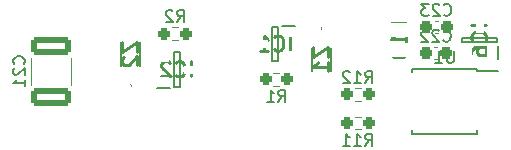
<source format=gbo>
%TF.GenerationSoftware,KiCad,Pcbnew,(6.0.4)*%
%TF.CreationDate,2022-06-19T16:10:13+03:00*%
%TF.ProjectId,Main_PCB_001,4d61696e-5f50-4434-925f-3030312e6b69,rev?*%
%TF.SameCoordinates,Original*%
%TF.FileFunction,Legend,Bot*%
%TF.FilePolarity,Positive*%
%FSLAX46Y46*%
G04 Gerber Fmt 4.6, Leading zero omitted, Abs format (unit mm)*
G04 Created by KiCad (PCBNEW (6.0.4)) date 2022-06-19 16:10:13*
%MOMM*%
%LPD*%
G01*
G04 APERTURE LIST*
G04 Aperture macros list*
%AMRoundRect*
0 Rectangle with rounded corners*
0 $1 Rounding radius*
0 $2 $3 $4 $5 $6 $7 $8 $9 X,Y pos of 4 corners*
0 Add a 4 corners polygon primitive as box body*
4,1,4,$2,$3,$4,$5,$6,$7,$8,$9,$2,$3,0*
0 Add four circle primitives for the rounded corners*
1,1,$1+$1,$2,$3*
1,1,$1+$1,$4,$5*
1,1,$1+$1,$6,$7*
1,1,$1+$1,$8,$9*
0 Add four rect primitives between the rounded corners*
20,1,$1+$1,$2,$3,$4,$5,0*
20,1,$1+$1,$4,$5,$6,$7,0*
20,1,$1+$1,$6,$7,$8,$9,0*
20,1,$1+$1,$8,$9,$2,$3,0*%
G04 Aperture macros list end*
%ADD10C,0.150000*%
%ADD11C,0.254000*%
%ADD12C,0.120000*%
%ADD13C,0.200000*%
%ADD14C,0.100000*%
%ADD15C,1.350000*%
%ADD16C,1.600000*%
%ADD17RoundRect,0.237500X-0.250000X-0.237500X0.250000X-0.237500X0.250000X0.237500X-0.250000X0.237500X0*%
%ADD18RoundRect,0.250000X-1.450000X0.537500X-1.450000X-0.537500X1.450000X-0.537500X1.450000X0.537500X0*%
%ADD19RoundRect,0.237500X0.300000X0.237500X-0.300000X0.237500X-0.300000X-0.237500X0.300000X-0.237500X0*%
%ADD20RoundRect,0.237500X0.250000X0.237500X-0.250000X0.237500X-0.250000X-0.237500X0.250000X-0.237500X0*%
%ADD21R,1.100000X0.650000*%
%ADD22R,1.800000X1.200000*%
%ADD23R,1.700000X0.650000*%
%ADD24R,1.220000X0.910000*%
%ADD25R,0.650000X1.100000*%
G04 APERTURE END LIST*
D10*
%TO.C,R1*%
X126508166Y-108892580D02*
X126841500Y-108416390D01*
X127079595Y-108892580D02*
X127079595Y-107892580D01*
X126698642Y-107892580D01*
X126603404Y-107940200D01*
X126555785Y-107987819D01*
X126508166Y-108083057D01*
X126508166Y-108225914D01*
X126555785Y-108321152D01*
X126603404Y-108368771D01*
X126698642Y-108416390D01*
X127079595Y-108416390D01*
X125555785Y-108892580D02*
X126127214Y-108892580D01*
X125841500Y-108892580D02*
X125841500Y-107892580D01*
X125936738Y-108035438D01*
X126031976Y-108130676D01*
X126127214Y-108178295D01*
%TO.C,C21*%
X104945942Y-105681542D02*
X104993561Y-105633923D01*
X105041180Y-105491066D01*
X105041180Y-105395828D01*
X104993561Y-105252971D01*
X104898323Y-105157733D01*
X104803085Y-105110114D01*
X104612609Y-105062495D01*
X104469752Y-105062495D01*
X104279276Y-105110114D01*
X104184038Y-105157733D01*
X104088800Y-105252971D01*
X104041180Y-105395828D01*
X104041180Y-105491066D01*
X104088800Y-105633923D01*
X104136419Y-105681542D01*
X104136419Y-106062495D02*
X104088800Y-106110114D01*
X104041180Y-106205352D01*
X104041180Y-106443447D01*
X104088800Y-106538685D01*
X104136419Y-106586304D01*
X104231657Y-106633923D01*
X104326895Y-106633923D01*
X104469752Y-106586304D01*
X105041180Y-106014876D01*
X105041180Y-106633923D01*
X105041180Y-107586304D02*
X105041180Y-107014876D01*
X105041180Y-107300590D02*
X104041180Y-107300590D01*
X104184038Y-107205352D01*
X104279276Y-107110114D01*
X104326895Y-107014876D01*
%TO.C,C22*%
X140469857Y-103702142D02*
X140517476Y-103749761D01*
X140660333Y-103797380D01*
X140755571Y-103797380D01*
X140898428Y-103749761D01*
X140993666Y-103654523D01*
X141041285Y-103559285D01*
X141088904Y-103368809D01*
X141088904Y-103225952D01*
X141041285Y-103035476D01*
X140993666Y-102940238D01*
X140898428Y-102845000D01*
X140755571Y-102797380D01*
X140660333Y-102797380D01*
X140517476Y-102845000D01*
X140469857Y-102892619D01*
X140088904Y-102892619D02*
X140041285Y-102845000D01*
X139946047Y-102797380D01*
X139707952Y-102797380D01*
X139612714Y-102845000D01*
X139565095Y-102892619D01*
X139517476Y-102987857D01*
X139517476Y-103083095D01*
X139565095Y-103225952D01*
X140136523Y-103797380D01*
X139517476Y-103797380D01*
X139136523Y-102892619D02*
X139088904Y-102845000D01*
X138993666Y-102797380D01*
X138755571Y-102797380D01*
X138660333Y-102845000D01*
X138612714Y-102892619D01*
X138565095Y-102987857D01*
X138565095Y-103083095D01*
X138612714Y-103225952D01*
X139184142Y-103797380D01*
X138565095Y-103797380D01*
%TO.C,R12*%
X133865857Y-107302580D02*
X134199190Y-106826390D01*
X134437285Y-107302580D02*
X134437285Y-106302580D01*
X134056333Y-106302580D01*
X133961095Y-106350200D01*
X133913476Y-106397819D01*
X133865857Y-106493057D01*
X133865857Y-106635914D01*
X133913476Y-106731152D01*
X133961095Y-106778771D01*
X134056333Y-106826390D01*
X134437285Y-106826390D01*
X132913476Y-107302580D02*
X133484904Y-107302580D01*
X133199190Y-107302580D02*
X133199190Y-106302580D01*
X133294428Y-106445438D01*
X133389666Y-106540676D01*
X133484904Y-106588295D01*
X132532523Y-106397819D02*
X132484904Y-106350200D01*
X132389666Y-106302580D01*
X132151571Y-106302580D01*
X132056333Y-106350200D01*
X132008714Y-106397819D01*
X131961095Y-106493057D01*
X131961095Y-106588295D01*
X132008714Y-106731152D01*
X132580142Y-107302580D01*
X131961095Y-107302580D01*
D11*
%TO.C,IC2*%
X119146561Y-106746523D02*
X119146561Y-105476523D01*
X117816085Y-106625571D02*
X117876561Y-106686047D01*
X118057990Y-106746523D01*
X118178942Y-106746523D01*
X118360371Y-106686047D01*
X118481323Y-106565095D01*
X118541800Y-106444142D01*
X118602276Y-106202238D01*
X118602276Y-106020809D01*
X118541800Y-105778904D01*
X118481323Y-105657952D01*
X118360371Y-105537000D01*
X118178942Y-105476523D01*
X118057990Y-105476523D01*
X117876561Y-105537000D01*
X117816085Y-105597476D01*
X117332276Y-105597476D02*
X117271800Y-105537000D01*
X117150847Y-105476523D01*
X116848466Y-105476523D01*
X116727514Y-105537000D01*
X116667038Y-105597476D01*
X116606561Y-105718428D01*
X116606561Y-105839380D01*
X116667038Y-106020809D01*
X117392752Y-106746523D01*
X116606561Y-106746523D01*
%TO.C,L10*%
X137302723Y-102840971D02*
X137302723Y-102236209D01*
X136032723Y-102236209D01*
X137302723Y-103929542D02*
X137302723Y-103203828D01*
X137302723Y-103566685D02*
X136032723Y-103566685D01*
X136214152Y-103445733D01*
X136335104Y-103324780D01*
X136395580Y-103203828D01*
X136032723Y-104715733D02*
X136032723Y-104836685D01*
X136093200Y-104957638D01*
X136153676Y-105018114D01*
X136274628Y-105078590D01*
X136516533Y-105139066D01*
X136818914Y-105139066D01*
X137060819Y-105078590D01*
X137181771Y-105018114D01*
X137242247Y-104957638D01*
X137302723Y-104836685D01*
X137302723Y-104715733D01*
X137242247Y-104594780D01*
X137181771Y-104534304D01*
X137060819Y-104473828D01*
X136818914Y-104413352D01*
X136516533Y-104413352D01*
X136274628Y-104473828D01*
X136153676Y-104534304D01*
X136093200Y-104594780D01*
X136032723Y-104715733D01*
%TO.C,IC1*%
X127480311Y-104572323D02*
X127480311Y-103302323D01*
X126149835Y-104451371D02*
X126210311Y-104511847D01*
X126391740Y-104572323D01*
X126512692Y-104572323D01*
X126694121Y-104511847D01*
X126815073Y-104390895D01*
X126875550Y-104269942D01*
X126936026Y-104028038D01*
X126936026Y-103846609D01*
X126875550Y-103604704D01*
X126815073Y-103483752D01*
X126694121Y-103362800D01*
X126512692Y-103302323D01*
X126391740Y-103302323D01*
X126210311Y-103362800D01*
X126149835Y-103423276D01*
X124940311Y-104572323D02*
X125666026Y-104572323D01*
X125303169Y-104572323D02*
X125303169Y-103302323D01*
X125424121Y-103483752D01*
X125545073Y-103604704D01*
X125666026Y-103665180D01*
D10*
%TO.C,U1*%
X141350904Y-104611380D02*
X141350904Y-105420904D01*
X141303285Y-105516142D01*
X141255666Y-105563761D01*
X141160428Y-105611380D01*
X140969952Y-105611380D01*
X140874714Y-105563761D01*
X140827095Y-105516142D01*
X140779476Y-105420904D01*
X140779476Y-104611380D01*
X139779476Y-105611380D02*
X140350904Y-105611380D01*
X140065190Y-105611380D02*
X140065190Y-104611380D01*
X140160428Y-104754238D01*
X140255666Y-104849476D01*
X140350904Y-104897095D01*
D11*
%TO.C,Z1*%
X129456673Y-104290504D02*
X129456673Y-105137171D01*
X130726673Y-104290504D01*
X130726673Y-105137171D01*
X130726673Y-106286219D02*
X130726673Y-105560504D01*
X130726673Y-105923361D02*
X129456673Y-105923361D01*
X129638102Y-105802409D01*
X129759054Y-105681457D01*
X129819530Y-105560504D01*
D10*
%TO.C,R2*%
X117921066Y-102146380D02*
X118254400Y-101670190D01*
X118492495Y-102146380D02*
X118492495Y-101146380D01*
X118111542Y-101146380D01*
X118016304Y-101194000D01*
X117968685Y-101241619D01*
X117921066Y-101336857D01*
X117921066Y-101479714D01*
X117968685Y-101574952D01*
X118016304Y-101622571D01*
X118111542Y-101670190D01*
X118492495Y-101670190D01*
X117540114Y-101241619D02*
X117492495Y-101194000D01*
X117397257Y-101146380D01*
X117159161Y-101146380D01*
X117063923Y-101194000D01*
X117016304Y-101241619D01*
X116968685Y-101336857D01*
X116968685Y-101432095D01*
X117016304Y-101574952D01*
X117587733Y-102146380D01*
X116968685Y-102146380D01*
D11*
%TO.C,Z2*%
X113299723Y-103823104D02*
X113299723Y-104669771D01*
X114569723Y-103823104D01*
X114569723Y-104669771D01*
X113420676Y-105093104D02*
X113360200Y-105153580D01*
X113299723Y-105274533D01*
X113299723Y-105576914D01*
X113360200Y-105697866D01*
X113420676Y-105758342D01*
X113541628Y-105818819D01*
X113662580Y-105818819D01*
X113844009Y-105758342D01*
X114569723Y-105032628D01*
X114569723Y-105818819D01*
D10*
%TO.C,R11*%
X133865857Y-112600980D02*
X134199190Y-112124790D01*
X134437285Y-112600980D02*
X134437285Y-111600980D01*
X134056333Y-111600980D01*
X133961095Y-111648600D01*
X133913476Y-111696219D01*
X133865857Y-111791457D01*
X133865857Y-111934314D01*
X133913476Y-112029552D01*
X133961095Y-112077171D01*
X134056333Y-112124790D01*
X134437285Y-112124790D01*
X132913476Y-112600980D02*
X133484904Y-112600980D01*
X133199190Y-112600980D02*
X133199190Y-111600980D01*
X133294428Y-111743838D01*
X133389666Y-111839076D01*
X133484904Y-111886695D01*
X131961095Y-112600980D02*
X132532523Y-112600980D01*
X132246809Y-112600980D02*
X132246809Y-111600980D01*
X132342047Y-111743838D01*
X132437285Y-111839076D01*
X132532523Y-111886695D01*
%TO.C,C23*%
X140520657Y-101517742D02*
X140568276Y-101565361D01*
X140711133Y-101612980D01*
X140806371Y-101612980D01*
X140949228Y-101565361D01*
X141044466Y-101470123D01*
X141092085Y-101374885D01*
X141139704Y-101184409D01*
X141139704Y-101041552D01*
X141092085Y-100851076D01*
X141044466Y-100755838D01*
X140949228Y-100660600D01*
X140806371Y-100612980D01*
X140711133Y-100612980D01*
X140568276Y-100660600D01*
X140520657Y-100708219D01*
X140139704Y-100708219D02*
X140092085Y-100660600D01*
X139996847Y-100612980D01*
X139758752Y-100612980D01*
X139663514Y-100660600D01*
X139615895Y-100708219D01*
X139568276Y-100803457D01*
X139568276Y-100898695D01*
X139615895Y-101041552D01*
X140187323Y-101612980D01*
X139568276Y-101612980D01*
X139234942Y-100612980D02*
X138615895Y-100612980D01*
X138949228Y-100993933D01*
X138806371Y-100993933D01*
X138711133Y-101041552D01*
X138663514Y-101089171D01*
X138615895Y-101184409D01*
X138615895Y-101422504D01*
X138663514Y-101517742D01*
X138711133Y-101565361D01*
X138806371Y-101612980D01*
X139092085Y-101612980D01*
X139187323Y-101565361D01*
X139234942Y-101517742D01*
D11*
%TO.C,IC6*%
X144109923Y-102417638D02*
X142839923Y-102417638D01*
X143988971Y-103748114D02*
X144049447Y-103687638D01*
X144109923Y-103506209D01*
X144109923Y-103385257D01*
X144049447Y-103203828D01*
X143928495Y-103082876D01*
X143807542Y-103022400D01*
X143565638Y-102961923D01*
X143384209Y-102961923D01*
X143142304Y-103022400D01*
X143021352Y-103082876D01*
X142900400Y-103203828D01*
X142839923Y-103385257D01*
X142839923Y-103506209D01*
X142900400Y-103687638D01*
X142960876Y-103748114D01*
X142839923Y-104836685D02*
X142839923Y-104594780D01*
X142900400Y-104473828D01*
X142960876Y-104413352D01*
X143142304Y-104292400D01*
X143384209Y-104231923D01*
X143868019Y-104231923D01*
X143988971Y-104292400D01*
X144049447Y-104352876D01*
X144109923Y-104473828D01*
X144109923Y-104715733D01*
X144049447Y-104836685D01*
X143988971Y-104897161D01*
X143868019Y-104957638D01*
X143565638Y-104957638D01*
X143444685Y-104897161D01*
X143384209Y-104836685D01*
X143323733Y-104715733D01*
X143323733Y-104473828D01*
X143384209Y-104352876D01*
X143444685Y-104292400D01*
X143565638Y-104231923D01*
D12*
%TO.C,R1*%
X126086776Y-106487700D02*
X126596224Y-106487700D01*
X126086776Y-107532700D02*
X126596224Y-107532700D01*
%TO.C,C21*%
X108948800Y-105163148D02*
X108948800Y-107485652D01*
X105528800Y-105163148D02*
X105528800Y-107485652D01*
%TO.C,C22*%
X139973267Y-105285000D02*
X139680733Y-105285000D01*
X139973267Y-104265000D02*
X139680733Y-104265000D01*
%TO.C,R12*%
X133477724Y-108802700D02*
X132968276Y-108802700D01*
X133477724Y-107757700D02*
X132968276Y-107757700D01*
D13*
%TO.C,IC2*%
X117656800Y-104712000D02*
X117656800Y-107632000D01*
X118156800Y-104712000D02*
X117656800Y-104712000D01*
X118156800Y-107632000D02*
X118156800Y-104712000D01*
X116206800Y-107697000D02*
X117306800Y-107697000D01*
X117656800Y-107632000D02*
X118156800Y-107632000D01*
%TO.C,L10*%
X137428200Y-103657400D02*
X136028200Y-103657400D01*
%TO.C,IC1*%
X125990550Y-102537800D02*
X125990550Y-105457800D01*
X126490550Y-105457800D02*
X126490550Y-102537800D01*
X127940550Y-102472800D02*
X126840550Y-102472800D01*
X125990550Y-105457800D02*
X126490550Y-105457800D01*
X126490550Y-102537800D02*
X125990550Y-102537800D01*
D10*
%TO.C,U1*%
X137839000Y-106084000D02*
X137839000Y-106384000D01*
X143339000Y-106289000D02*
X145089000Y-106289000D01*
X143339000Y-106084000D02*
X137839000Y-106084000D01*
X137839000Y-111594000D02*
X137839000Y-111294000D01*
X143339000Y-111594000D02*
X143339000Y-111294000D01*
X143339000Y-111594000D02*
X137839000Y-111594000D01*
X143339000Y-106084000D02*
X143339000Y-106289000D01*
D13*
%TO.C,Z1*%
X130952150Y-104318600D02*
X130952150Y-106318600D01*
D14*
X130152150Y-102618600D02*
X130152150Y-102618600D01*
X130152150Y-102718600D02*
X130152150Y-102718600D01*
D13*
X129352150Y-104318600D02*
X129352150Y-106318600D01*
D14*
X130152150Y-102618600D02*
G75*
G03*
X130152150Y-102718600I0J-50000D01*
G01*
X130152150Y-102718600D02*
G75*
G03*
X130152150Y-102618600I0J50000D01*
G01*
D12*
%TO.C,R2*%
X118009124Y-103646500D02*
X117499676Y-103646500D01*
X118009124Y-102601500D02*
X117499676Y-102601500D01*
D14*
%TO.C,Z2*%
X113995200Y-107451200D02*
X113995200Y-107451200D01*
D13*
X113195200Y-105851200D02*
X113195200Y-103851200D01*
X114795200Y-105851200D02*
X114795200Y-103851200D01*
D14*
X113995200Y-107551200D02*
X113995200Y-107551200D01*
X113995200Y-107551200D02*
G75*
G03*
X113995200Y-107451200I0J50000D01*
G01*
X113995200Y-107451200D02*
G75*
G03*
X113995200Y-107551200I0J-50000D01*
G01*
D12*
%TO.C,R11*%
X132968276Y-110196100D02*
X133477724Y-110196100D01*
X132968276Y-111241100D02*
X133477724Y-111241100D01*
%TO.C,C23*%
X140024067Y-103100600D02*
X139731533Y-103100600D01*
X140024067Y-102080600D02*
X139731533Y-102080600D01*
D13*
%TO.C,IC6*%
X144985400Y-103807400D02*
X144985400Y-103507400D01*
X145070400Y-105257400D02*
X145070400Y-104157400D01*
X144985400Y-103507400D02*
X142085400Y-103507400D01*
X142085400Y-103507400D02*
X142085400Y-103807400D01*
X142085400Y-103807400D02*
X144985400Y-103807400D01*
%TD*%
%LPC*%
D10*
X152933400Y-107365800D02*
X152933400Y-106680000D01*
X152552400Y-107035600D02*
X153289000Y-107035600D01*
X152501600Y-110769400D02*
X153060400Y-110769400D01*
D15*
%TO.C,U2*%
X153416000Y-112522000D03*
%TD*%
D16*
%TO.C,D3*%
X122174000Y-105156000D03*
%TD*%
%TO.C,D1*%
X122174000Y-102362000D03*
%TD*%
%TO.C,D2*%
X122174000Y-107950000D03*
%TD*%
D15*
%TO.C,U5*%
X101600000Y-112522000D03*
%TD*%
%TO.C,U4*%
X153416000Y-100584000D03*
%TD*%
%TO.C,U3*%
X101600000Y-100584000D03*
%TD*%
D16*
%TO.C,D20*%
X122174000Y-110744000D03*
%TD*%
D17*
%TO.C,R1*%
X125429000Y-107010200D03*
X127254000Y-107010200D03*
%TD*%
D18*
%TO.C,C21*%
X107238800Y-104186900D03*
X107238800Y-108461900D03*
%TD*%
D19*
%TO.C,C22*%
X140689500Y-104775000D03*
X138964500Y-104775000D03*
%TD*%
D20*
%TO.C,R12*%
X134135500Y-108280200D03*
X132310500Y-108280200D03*
%TD*%
D21*
%TO.C,IC2*%
X116756800Y-107122000D03*
X116756800Y-105222000D03*
X119056800Y-106172000D03*
%TD*%
D22*
%TO.C,L10*%
X136728200Y-104507400D03*
X136728200Y-102807400D03*
%TD*%
D21*
%TO.C,IC1*%
X127390550Y-103047800D03*
X127390550Y-104947800D03*
X125090550Y-103997800D03*
%TD*%
D23*
%TO.C,U1*%
X144239000Y-106934000D03*
X144239000Y-108204000D03*
X144239000Y-109474000D03*
X144239000Y-110744000D03*
X136939000Y-110744000D03*
X136939000Y-109474000D03*
X136939000Y-108204000D03*
X136939000Y-106934000D03*
%TD*%
D24*
%TO.C,Z1*%
X130152150Y-103683600D03*
X130152150Y-106953600D03*
%TD*%
D20*
%TO.C,R2*%
X118666900Y-103124000D03*
X116841900Y-103124000D03*
%TD*%
D24*
%TO.C,Z2*%
X113995200Y-106486200D03*
X113995200Y-103216200D03*
%TD*%
D17*
%TO.C,R11*%
X132310500Y-110718600D03*
X134135500Y-110718600D03*
%TD*%
D19*
%TO.C,C23*%
X140740300Y-102590600D03*
X139015300Y-102590600D03*
%TD*%
D25*
%TO.C,IC6*%
X144495400Y-104707400D03*
X142575400Y-104707400D03*
X143535400Y-102607400D03*
%TD*%
M02*

</source>
